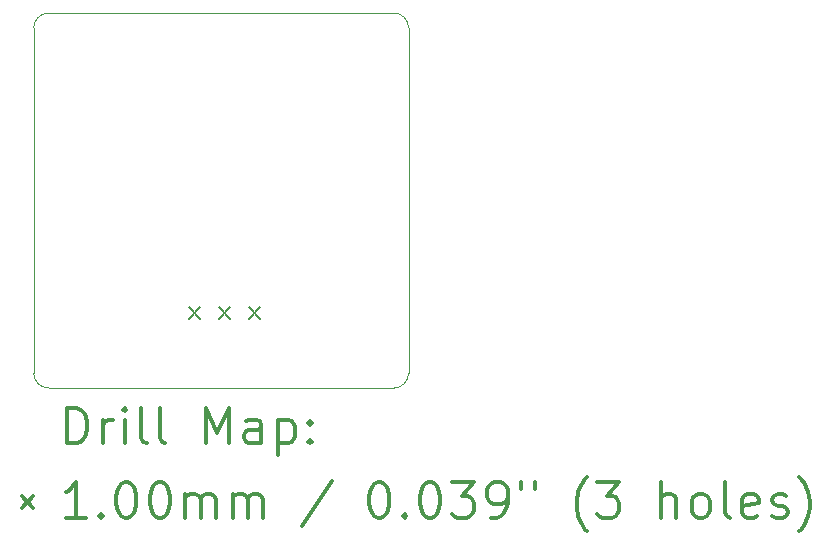
<source format=gbr>
%FSLAX45Y45*%
G04 Gerber Fmt 4.5, Leading zero omitted, Abs format (unit mm)*
G04 Created by KiCad (PCBNEW (5.1.9-0-10_14)) date 2021-08-20 09:36:06*
%MOMM*%
%LPD*%
G01*
G04 APERTURE LIST*
%TA.AperFunction,Profile*%
%ADD10C,0.050000*%
%TD*%
%ADD11C,0.200000*%
%ADD12C,0.300000*%
G04 APERTURE END LIST*
D10*
X16002000Y-12065000D02*
G75*
G02*
X15875000Y-11938000I0J127000D01*
G01*
X19050000Y-11938000D02*
G75*
G02*
X18923000Y-12065000I-127000J0D01*
G01*
X15875000Y-11938000D02*
X15875000Y-9017000D01*
X18923000Y-12065000D02*
X16002000Y-12065000D01*
X19050000Y-9017000D02*
X19050000Y-11938000D01*
X15875000Y-9017000D02*
G75*
G02*
X16002000Y-8890000I127000J0D01*
G01*
X18923000Y-8890000D02*
G75*
G02*
X19050000Y-9017000I0J-127000D01*
G01*
X16002000Y-8890000D02*
X18923000Y-8890000D01*
D11*
X17187330Y-11380000D02*
X17287330Y-11480000D01*
X17287330Y-11380000D02*
X17187330Y-11480000D01*
X17441330Y-11380000D02*
X17541330Y-11480000D01*
X17541330Y-11380000D02*
X17441330Y-11480000D01*
X17695330Y-11380000D02*
X17795330Y-11480000D01*
X17795330Y-11380000D02*
X17695330Y-11480000D01*
D12*
X16158928Y-12533214D02*
X16158928Y-12233214D01*
X16230357Y-12233214D01*
X16273214Y-12247500D01*
X16301786Y-12276071D01*
X16316071Y-12304643D01*
X16330357Y-12361786D01*
X16330357Y-12404643D01*
X16316071Y-12461786D01*
X16301786Y-12490357D01*
X16273214Y-12518929D01*
X16230357Y-12533214D01*
X16158928Y-12533214D01*
X16458928Y-12533214D02*
X16458928Y-12333214D01*
X16458928Y-12390357D02*
X16473214Y-12361786D01*
X16487500Y-12347500D01*
X16516071Y-12333214D01*
X16544643Y-12333214D01*
X16644643Y-12533214D02*
X16644643Y-12333214D01*
X16644643Y-12233214D02*
X16630357Y-12247500D01*
X16644643Y-12261786D01*
X16658928Y-12247500D01*
X16644643Y-12233214D01*
X16644643Y-12261786D01*
X16830357Y-12533214D02*
X16801786Y-12518929D01*
X16787500Y-12490357D01*
X16787500Y-12233214D01*
X16987500Y-12533214D02*
X16958928Y-12518929D01*
X16944643Y-12490357D01*
X16944643Y-12233214D01*
X17330357Y-12533214D02*
X17330357Y-12233214D01*
X17430357Y-12447500D01*
X17530357Y-12233214D01*
X17530357Y-12533214D01*
X17801786Y-12533214D02*
X17801786Y-12376071D01*
X17787500Y-12347500D01*
X17758928Y-12333214D01*
X17701786Y-12333214D01*
X17673214Y-12347500D01*
X17801786Y-12518929D02*
X17773214Y-12533214D01*
X17701786Y-12533214D01*
X17673214Y-12518929D01*
X17658928Y-12490357D01*
X17658928Y-12461786D01*
X17673214Y-12433214D01*
X17701786Y-12418929D01*
X17773214Y-12418929D01*
X17801786Y-12404643D01*
X17944643Y-12333214D02*
X17944643Y-12633214D01*
X17944643Y-12347500D02*
X17973214Y-12333214D01*
X18030357Y-12333214D01*
X18058928Y-12347500D01*
X18073214Y-12361786D01*
X18087500Y-12390357D01*
X18087500Y-12476071D01*
X18073214Y-12504643D01*
X18058928Y-12518929D01*
X18030357Y-12533214D01*
X17973214Y-12533214D01*
X17944643Y-12518929D01*
X18216071Y-12504643D02*
X18230357Y-12518929D01*
X18216071Y-12533214D01*
X18201786Y-12518929D01*
X18216071Y-12504643D01*
X18216071Y-12533214D01*
X18216071Y-12347500D02*
X18230357Y-12361786D01*
X18216071Y-12376071D01*
X18201786Y-12361786D01*
X18216071Y-12347500D01*
X18216071Y-12376071D01*
X15772500Y-12977500D02*
X15872500Y-13077500D01*
X15872500Y-12977500D02*
X15772500Y-13077500D01*
X16316071Y-13163214D02*
X16144643Y-13163214D01*
X16230357Y-13163214D02*
X16230357Y-12863214D01*
X16201786Y-12906071D01*
X16173214Y-12934643D01*
X16144643Y-12948929D01*
X16444643Y-13134643D02*
X16458928Y-13148929D01*
X16444643Y-13163214D01*
X16430357Y-13148929D01*
X16444643Y-13134643D01*
X16444643Y-13163214D01*
X16644643Y-12863214D02*
X16673214Y-12863214D01*
X16701786Y-12877500D01*
X16716071Y-12891786D01*
X16730357Y-12920357D01*
X16744643Y-12977500D01*
X16744643Y-13048929D01*
X16730357Y-13106071D01*
X16716071Y-13134643D01*
X16701786Y-13148929D01*
X16673214Y-13163214D01*
X16644643Y-13163214D01*
X16616071Y-13148929D01*
X16601786Y-13134643D01*
X16587500Y-13106071D01*
X16573214Y-13048929D01*
X16573214Y-12977500D01*
X16587500Y-12920357D01*
X16601786Y-12891786D01*
X16616071Y-12877500D01*
X16644643Y-12863214D01*
X16930357Y-12863214D02*
X16958928Y-12863214D01*
X16987500Y-12877500D01*
X17001786Y-12891786D01*
X17016071Y-12920357D01*
X17030357Y-12977500D01*
X17030357Y-13048929D01*
X17016071Y-13106071D01*
X17001786Y-13134643D01*
X16987500Y-13148929D01*
X16958928Y-13163214D01*
X16930357Y-13163214D01*
X16901786Y-13148929D01*
X16887500Y-13134643D01*
X16873214Y-13106071D01*
X16858928Y-13048929D01*
X16858928Y-12977500D01*
X16873214Y-12920357D01*
X16887500Y-12891786D01*
X16901786Y-12877500D01*
X16930357Y-12863214D01*
X17158928Y-13163214D02*
X17158928Y-12963214D01*
X17158928Y-12991786D02*
X17173214Y-12977500D01*
X17201786Y-12963214D01*
X17244643Y-12963214D01*
X17273214Y-12977500D01*
X17287500Y-13006071D01*
X17287500Y-13163214D01*
X17287500Y-13006071D02*
X17301786Y-12977500D01*
X17330357Y-12963214D01*
X17373214Y-12963214D01*
X17401786Y-12977500D01*
X17416071Y-13006071D01*
X17416071Y-13163214D01*
X17558928Y-13163214D02*
X17558928Y-12963214D01*
X17558928Y-12991786D02*
X17573214Y-12977500D01*
X17601786Y-12963214D01*
X17644643Y-12963214D01*
X17673214Y-12977500D01*
X17687500Y-13006071D01*
X17687500Y-13163214D01*
X17687500Y-13006071D02*
X17701786Y-12977500D01*
X17730357Y-12963214D01*
X17773214Y-12963214D01*
X17801786Y-12977500D01*
X17816071Y-13006071D01*
X17816071Y-13163214D01*
X18401786Y-12848929D02*
X18144643Y-13234643D01*
X18787500Y-12863214D02*
X18816071Y-12863214D01*
X18844643Y-12877500D01*
X18858928Y-12891786D01*
X18873214Y-12920357D01*
X18887500Y-12977500D01*
X18887500Y-13048929D01*
X18873214Y-13106071D01*
X18858928Y-13134643D01*
X18844643Y-13148929D01*
X18816071Y-13163214D01*
X18787500Y-13163214D01*
X18758928Y-13148929D01*
X18744643Y-13134643D01*
X18730357Y-13106071D01*
X18716071Y-13048929D01*
X18716071Y-12977500D01*
X18730357Y-12920357D01*
X18744643Y-12891786D01*
X18758928Y-12877500D01*
X18787500Y-12863214D01*
X19016071Y-13134643D02*
X19030357Y-13148929D01*
X19016071Y-13163214D01*
X19001786Y-13148929D01*
X19016071Y-13134643D01*
X19016071Y-13163214D01*
X19216071Y-12863214D02*
X19244643Y-12863214D01*
X19273214Y-12877500D01*
X19287500Y-12891786D01*
X19301786Y-12920357D01*
X19316071Y-12977500D01*
X19316071Y-13048929D01*
X19301786Y-13106071D01*
X19287500Y-13134643D01*
X19273214Y-13148929D01*
X19244643Y-13163214D01*
X19216071Y-13163214D01*
X19187500Y-13148929D01*
X19173214Y-13134643D01*
X19158928Y-13106071D01*
X19144643Y-13048929D01*
X19144643Y-12977500D01*
X19158928Y-12920357D01*
X19173214Y-12891786D01*
X19187500Y-12877500D01*
X19216071Y-12863214D01*
X19416071Y-12863214D02*
X19601786Y-12863214D01*
X19501786Y-12977500D01*
X19544643Y-12977500D01*
X19573214Y-12991786D01*
X19587500Y-13006071D01*
X19601786Y-13034643D01*
X19601786Y-13106071D01*
X19587500Y-13134643D01*
X19573214Y-13148929D01*
X19544643Y-13163214D01*
X19458928Y-13163214D01*
X19430357Y-13148929D01*
X19416071Y-13134643D01*
X19744643Y-13163214D02*
X19801786Y-13163214D01*
X19830357Y-13148929D01*
X19844643Y-13134643D01*
X19873214Y-13091786D01*
X19887500Y-13034643D01*
X19887500Y-12920357D01*
X19873214Y-12891786D01*
X19858928Y-12877500D01*
X19830357Y-12863214D01*
X19773214Y-12863214D01*
X19744643Y-12877500D01*
X19730357Y-12891786D01*
X19716071Y-12920357D01*
X19716071Y-12991786D01*
X19730357Y-13020357D01*
X19744643Y-13034643D01*
X19773214Y-13048929D01*
X19830357Y-13048929D01*
X19858928Y-13034643D01*
X19873214Y-13020357D01*
X19887500Y-12991786D01*
X20001786Y-12863214D02*
X20001786Y-12920357D01*
X20116071Y-12863214D02*
X20116071Y-12920357D01*
X20558928Y-13277500D02*
X20544643Y-13263214D01*
X20516071Y-13220357D01*
X20501786Y-13191786D01*
X20487500Y-13148929D01*
X20473214Y-13077500D01*
X20473214Y-13020357D01*
X20487500Y-12948929D01*
X20501786Y-12906071D01*
X20516071Y-12877500D01*
X20544643Y-12834643D01*
X20558928Y-12820357D01*
X20644643Y-12863214D02*
X20830357Y-12863214D01*
X20730357Y-12977500D01*
X20773214Y-12977500D01*
X20801786Y-12991786D01*
X20816071Y-13006071D01*
X20830357Y-13034643D01*
X20830357Y-13106071D01*
X20816071Y-13134643D01*
X20801786Y-13148929D01*
X20773214Y-13163214D01*
X20687500Y-13163214D01*
X20658928Y-13148929D01*
X20644643Y-13134643D01*
X21187500Y-13163214D02*
X21187500Y-12863214D01*
X21316071Y-13163214D02*
X21316071Y-13006071D01*
X21301786Y-12977500D01*
X21273214Y-12963214D01*
X21230357Y-12963214D01*
X21201786Y-12977500D01*
X21187500Y-12991786D01*
X21501786Y-13163214D02*
X21473214Y-13148929D01*
X21458928Y-13134643D01*
X21444643Y-13106071D01*
X21444643Y-13020357D01*
X21458928Y-12991786D01*
X21473214Y-12977500D01*
X21501786Y-12963214D01*
X21544643Y-12963214D01*
X21573214Y-12977500D01*
X21587500Y-12991786D01*
X21601786Y-13020357D01*
X21601786Y-13106071D01*
X21587500Y-13134643D01*
X21573214Y-13148929D01*
X21544643Y-13163214D01*
X21501786Y-13163214D01*
X21773214Y-13163214D02*
X21744643Y-13148929D01*
X21730357Y-13120357D01*
X21730357Y-12863214D01*
X22001786Y-13148929D02*
X21973214Y-13163214D01*
X21916071Y-13163214D01*
X21887500Y-13148929D01*
X21873214Y-13120357D01*
X21873214Y-13006071D01*
X21887500Y-12977500D01*
X21916071Y-12963214D01*
X21973214Y-12963214D01*
X22001786Y-12977500D01*
X22016071Y-13006071D01*
X22016071Y-13034643D01*
X21873214Y-13063214D01*
X22130357Y-13148929D02*
X22158928Y-13163214D01*
X22216071Y-13163214D01*
X22244643Y-13148929D01*
X22258928Y-13120357D01*
X22258928Y-13106071D01*
X22244643Y-13077500D01*
X22216071Y-13063214D01*
X22173214Y-13063214D01*
X22144643Y-13048929D01*
X22130357Y-13020357D01*
X22130357Y-13006071D01*
X22144643Y-12977500D01*
X22173214Y-12963214D01*
X22216071Y-12963214D01*
X22244643Y-12977500D01*
X22358928Y-13277500D02*
X22373214Y-13263214D01*
X22401786Y-13220357D01*
X22416071Y-13191786D01*
X22430357Y-13148929D01*
X22444643Y-13077500D01*
X22444643Y-13020357D01*
X22430357Y-12948929D01*
X22416071Y-12906071D01*
X22401786Y-12877500D01*
X22373214Y-12834643D01*
X22358928Y-12820357D01*
M02*

</source>
